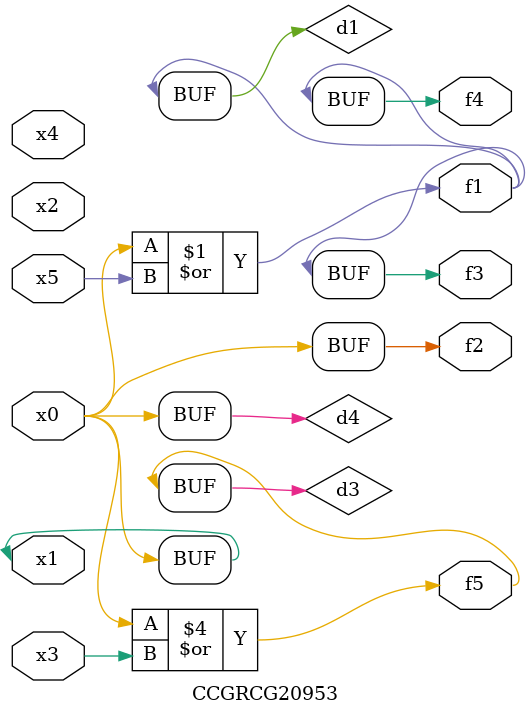
<source format=v>
module CCGRCG20953(
	input x0, x1, x2, x3, x4, x5,
	output f1, f2, f3, f4, f5
);

	wire d1, d2, d3, d4;

	or (d1, x0, x5);
	xnor (d2, x1, x4);
	or (d3, x0, x3);
	buf (d4, x0, x1);
	assign f1 = d1;
	assign f2 = d4;
	assign f3 = d1;
	assign f4 = d1;
	assign f5 = d3;
endmodule

</source>
